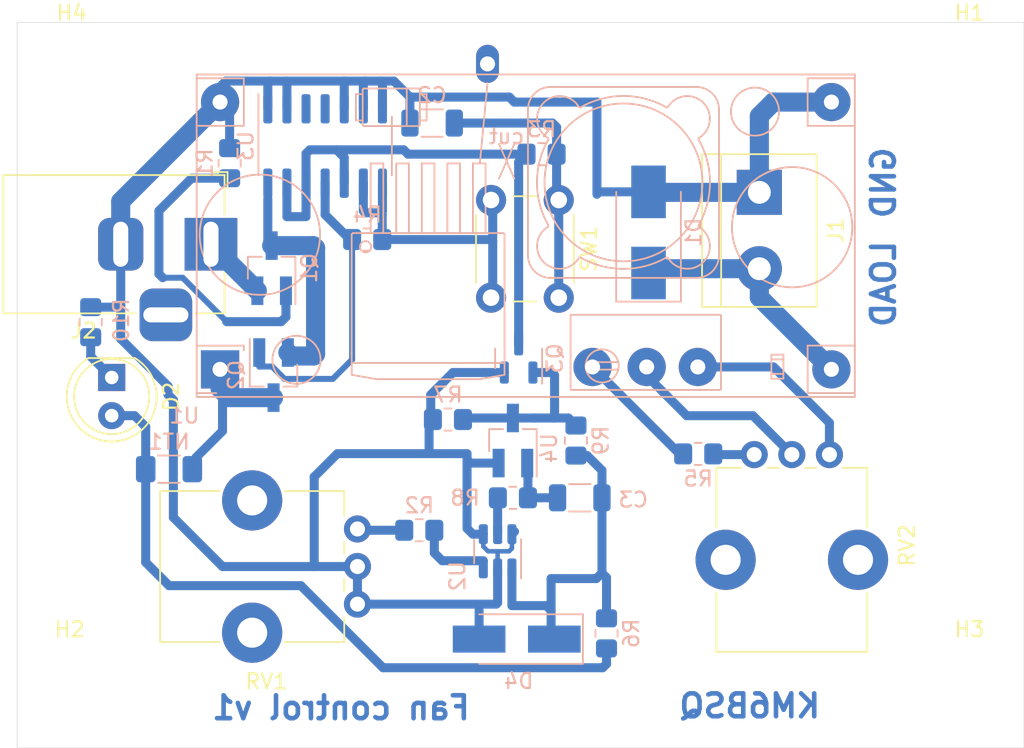
<source format=kicad_pcb>
(kicad_pcb (version 20211014) (generator pcbnew)
  (title_block (rev "1"))
  (layers (0 "F.Cu" signal "Front") (1 "In1.Cu" signal) (2 "In2.Cu" signal) (31 "B.Cu" signal "Back") (34 "B.Paste" user) (35 "F.Paste" user) (36 "B.SilkS" user "B.Silkscreen") (37 "F.SilkS" user "F.Silkscreen") (38 "B.Mask" user) (39 "F.Mask" user) (44 "Edge.Cuts" user))
  (net 0 "")
  (net 1 "Net-(C2-Pad1)")
  (net 2 "Net-(Q1-Pad1)")
  (net 3 "GND")
  (net 4 "VCC")
  (net 5 "LOAD+")
  (net 6 "Net-(C3-Pad2)")
  (net 7 "Net-(R2-Pad2)")
  (net 8 "V_OUT")
  (net 9 "Net-(C3-Pad1)")
  (net 10 "Net-(D2-Pad1)")
  (net 11 "V_IN")
  (net 12 "Net-(R5-Pad1)")
  (net 13 "Net-(Q2-Pad1)")
  (net 14 "Net-(RV2-Pad3)")
  (net 15 "DELAY")
  (net 16 "KILL")
  (net 17 "Net-(R4-Pad1)")
  (net 18 "Net-(R5-Pad2)")
  (net 19 "Net-(Q3-Pad3)")
  (net 20 "Net-(RV2-Pad2)")
  (net 24 "V_OUT2")
  (net 25 "Net-(R8-Pad1)")
  (footprint "!my-kicad-library:Potentiometer_RV09_Single_Vertical" (layer "F.Cu") (at 121.62 105.577 180)
    (fp_text reference "RV1" (at 6.05 -10.15) (layer "F.SilkS"))
    (fp_text value "100k")
    (pad "" np_thru_hole circle (at 7 1.9 180) (size 4 4) (drill 2) (layers *.Cu *.Mask))
    (pad "" np_thru_hole circle (at 7 -6.9 180) (size 4 4) (drill 2) (layers *.Cu *.Mask))
    (pad "1" thru_hole circle (at 0 0 180) (size 1.8 1.8) (drill 1) (layers *.Cu *.Mask) (net 7 "Net-(R2-Pad2)"))
    (pad "2" thru_hole circle (at 0 -2.5 180) (size 1.8 1.8) (drill 1) (layers *.Cu *.Mask) (net 3 "GND"))
    (pad "3" thru_hole circle (at 0 -5 180) (size 1.8 1.8) (drill 1) (layers *.Cu *.Mask) (net 3 "GND"))
  )
  (footprint "MountingHole:MountingHole_3.2mm_M3" (layer "F.Cu") (at 162.306 75.438)
    (fp_text reference "H1" (at 0 -4.2) (layer "F.SilkS"))
    (fp_text value "MountingHole" hide)
    (pad "" np_thru_hole circle locked (at 0 0) (size 3.2 3.2) (drill 3.2) (layers *.Cu *.Mask))
  )
  (footprint "Connector_BarrelJack:BarrelJack_Horizontal" (layer "F.Cu") (at 111.882 86.6365)
    (fp_text reference "J2" (at -8.45 5.75) (layer "F.SilkS"))
    (fp_text value "IN")
    (pad "1" thru_hole rect (at 0 0) (size 3.5 3.5) (drill oval 1 3) (layers *.Cu *.Mask) (net 4 "VCC"))
    (pad "2" thru_hole roundrect (at -6 0) (size 3 3.5) (drill oval 1 3) (layers *.Cu *.Mask) (net 3 "GND"))
    (pad "3" thru_hole roundrect (at -3 4.7) (size 3.5 3.5) (drill oval 3 1) (layers *.Cu *.Mask))
  )
  (footprint "MountingHole:MountingHole_3.2mm_M3" (layer "F.Cu") (at 102.616 75.438)
    (fp_text reference "H4" (at 0 -4.2) (layer "F.SilkS"))
    (fp_text value "MountingHole" hide)
    (pad "" np_thru_hole circle locked (at 0 0) (size 3.2 3.2) (drill 3.2) (layers *.Cu *.Mask))
  )
  (footprint "TerminalBlock:TerminalBlock_bornier-2_P5.08mm" (layer "F.Cu") (at 148.336 83.185 -90)
    (fp_text reference "J1" (at 2.54 -5.08 90) (layer "F.SilkS"))
    (fp_text value "Conn_OUT")
    (pad "1" thru_hole rect (at 0 0 270) (size 3 3) (drill 1.52) (layers *.Cu *.Mask) (net 3 "GND"))
    (pad "2" thru_hole circle (at 5.08 0 270) (size 3 3) (drill 1.52) (layers *.Cu *.Mask) (net 5 "LOAD+"))
  )
  (footprint "!my-kicad-library:Potentiometer_RV09_Single_Vertical" (layer "F.Cu") (at 147.995 100.63 -90)
    (fp_text reference "RV2" (at 6.05 -10.15 90) (layer "F.SilkS"))
    (fp_text value "1k")
    (pad "" np_thru_hole circle (at 7 1.9 270) (size 4 4) (drill 2) (layers *.Cu *.Mask))
    (pad "" np_thru_hole circle (at 7 -6.9 270) (size 4 4) (drill 2) (layers *.Cu *.Mask))
    (pad "1" thru_hole circle (at 0 0 270) (size 1.8 1.8) (drill 1) (layers *.Cu *.Mask) (net 18 "Net-(R5-Pad2)"))
    (pad "2" thru_hole circle (at 0 -2.5 270) (size 1.8 1.8) (drill 1) (layers *.Cu *.Mask) (net 20 "Net-(RV2-Pad2)"))
    (pad "3" thru_hole circle (at 0 -5 270) (size 1.8 1.8) (drill 1) (layers *.Cu *.Mask) (net 14 "Net-(RV2-Pad3)"))
  )
  (footprint "MountingHole:MountingHole_3.2mm_M3" (layer "F.Cu") (at 162.306 116.459)
    (fp_text reference "H3" (at 0 -4.2) (layer "F.SilkS"))
    (fp_text value "MountingHole" hide)
    (pad "" np_thru_hole circle locked (at 0 0) (size 3.2 3.2) (drill 3.2) (layers *.Cu *.Mask))
  )
  (footprint "LED_THT:LED_D5.0mm" (layer "F.Cu") (at 105.283 95.499 -90)
    (fp_text reference "D2" (at 1.27 -3.96 90) (layer "F.SilkS"))
    (fp_text value "LED")
    (pad "1" thru_hole rect (at 0 0 270) (size 1.8 1.8) (drill 0.9) (layers *.Cu *.Mask) (net 10 "Net-(D2-Pad1)"))
    (pad "2" thru_hole circle (at 2.54 0 270) (size 1.8 1.8) (drill 0.9) (layers *.Cu *.Mask) (net 24 "V_OUT2"))
  )
  (footprint "Button_Switch_THT:SW_PUSH_6mm" (layer "F.Cu") (at 135.001 83.693 -90)
    (fp_text reference "SW1" (at 3.25 -2 90) (layer "F.SilkS"))
    (fp_text value "SW_Push")
    (pad "1" thru_hole circle (at 0 0) (size 2 2) (drill 1.1) (layers *.Cu *.Mask) (net 1 "Net-(C2-Pad1)"))
    (pad "1" thru_hole circle (at 6.5 0) (size 2 2) (drill 1.1) (layers *.Cu *.Mask) (net 1 "Net-(C2-Pad1)"))
    (pad "2" thru_hole circle (at 0 4.5) (size 2 2) (drill 1.1) (layers *.Cu *.Mask) (net 17 "Net-(R4-Pad1)"))
    (pad "2" thru_hole circle (at 6.5 4.5) (size 2 2) (drill 1.1) (layers *.Cu *.Mask) (net 17 "Net-(R4-Pad1)"))
  )
  (footprint "MountingHole:MountingHole_3.2mm_M3" (layer "F.Cu") (at 102.489 116.459)
    (fp_text reference "H2" (at 0 -4.2) (layer "F.SilkS"))
    (fp_text value "MountingHole" hide)
    (pad "" np_thru_hole circle locked (at 0 0) (size 3.2 3.2) (drill 3.2) (layers *.Cu *.Mask))
  )
  (footprint "Resistor_SMD:R_0805_2012Metric_Pad1.20x1.40mm_HandSolder" (layer "B.Cu") (at 138.176 112.522 90)
    (fp_text reference "R6" (at 0 1.65 90) (layer "B.SilkS") (effects (justify mirror)))
    (fp_text value "10k")
    (pad "1" smd roundrect locked (at -1 0 90) (size 1.2 1.4) (layers "B.Cu" "B.Paste" "B.Mask") (roundrect_rratio 0.208333) (net 24 "V_OUT2"))
    (pad "2" smd roundrect locked (at 1 0 90) (size 1.2 1.4) (layers "B.Cu" "B.Paste" "B.Mask") (roundrect_rratio 0.208333) (net 9 "Net-(C3-Pad1)"))
  )
  (footprint "Resistor_SMD:R_0805_2012Metric_Pad1.20x1.40mm_HandSolder" (layer "B.Cu") (at 136.144 99.695 90)
    (fp_text reference "R9" (at 0 1.65 90) (layer "B.SilkS") (effects (justify mirror)))
    (fp_text value "10k")
    (pad "1" smd roundrect locked (at -1 0 90) (size 1.2 1.4) (layers "B.Cu" "B.Paste" "B.Mask") (roundrect_rratio 0.208333) (net 9 "Net-(C3-Pad1)"))
    (pad "2" smd roundrect locked (at 1 0 90) (size 1.2 1.4) (layers "B.Cu" "B.Paste" "B.Mask") (roundrect_rratio 0.208333) (net 16 "KILL"))
  )
  (footprint "Resistor_SMD:R_0805_2012Metric_Pad1.20x1.40mm_HandSolder" (layer "B.Cu") (at 131.953 103.505)
    (fp_text reference "R8" (at -3.175 0) (layer "B.SilkS") (effects (justify mirror)))
    (fp_text value "100k")
    (pad "1" smd roundrect locked (at -1 0) (size 1.2 1.4) (layers "B.Cu" "B.Paste" "B.Mask") (roundrect_rratio 0.208333) (net 25 "Net-(R8-Pad1)"))
    (pad "2" smd roundrect locked (at 1 0) (size 1.2 1.4) (layers "B.Cu" "B.Paste" "B.Mask") (roundrect_rratio 0.208333) (net 6 "Net-(C3-Pad2)"))
  )
  (footprint "Capacitor_SMD:C_1206_3216Metric" (layer "B.Cu") (at 126.583 78.577 180)
    (fp_text reference "C2" (at 0 1.85) (layer "B.SilkS") (effects (justify mirror)))
    (fp_text value "100n")
    (pad "1" smd roundrect locked (at -1.475 0 180) (size 1.15 1.8) (layers "B.Cu" "B.Paste" "B.Mask") (roundrect_rratio 0.217391) (net 1 "Net-(C2-Pad1)"))
    (pad "2" smd roundrect locked (at 1.475 0 180) (size 1.15 1.8) (layers "B.Cu" "B.Paste" "B.Mask") (roundrect_rratio 0.217391) (net 3 "GND"))
  )
  (footprint "Package_TO_SOT_SMD:SOT-23_Handsoldering" (layer "B.Cu") (at 131.953 99.695 90)
    (fp_text reference "U4" (at -0.508 2.413 90) (layer "B.SilkS") (effects (justify mirror)))
    (fp_text value "AO3406")
    (pad "1" smd rect locked (at -1.5 0.95 90) (size 1.9 0.8) (layers "B.Cu" "B.Paste" "B.Mask") (net 6 "Net-(C3-Pad2)"))
    (pad "2" smd rect locked (at -1.5 -0.95 90) (size 1.9 0.8) (layers "B.Cu" "B.Paste" "B.Mask") (net 3 "GND"))
    (pad "3" smd rect locked (at 1.5 0 90) (size 1.9 0.8) (layers "B.Cu" "B.Paste" "B.Mask") (net 16 "KILL"))
  )
  (footprint "Package_SO:SOIC-14_3.9x8.7mm_P1.27mm" (layer "B.Cu") (at 119.471 80.101 -90)
    (fp_text reference "U3" (at 0 5.28 90) (layer "B.SilkS") (effects (justify mirror)))
    (fp_text value "CD4093")
    (pad "1" smd roundrect locked (at -2.475 3.81 270) (size 1.95 0.6) (layers "B.Cu" "B.Paste" "B.Mask") (net 3 "GND"))
    (pad "2" smd roundrect locked (at -2.475 2.54 270) (size 1.95 0.6) (layers "B.Cu" "B.Paste" "B.Mask") (net 3 "GND"))
    (pad "3" smd roundrect locked (at -2.475 1.27 270) (size 1.95 0.6) (layers "B.Cu" "B.Paste" "B.Mask"))
    (pad "4" smd roundrect locked (at -2.475 0 270) (size 1.95 0.6) (layers "B.Cu" "B.Paste" "B.Mask"))
    (pad "5" smd roundrect locked (at -2.475 -1.27 270) (size 1.95 0.6) (layers "B.Cu" "B.Paste" "B.Mask") (net 3 "GND"))
    (pad "6" smd roundrect locked (at -2.475 -2.54 270) (size 1.95 0.6) (layers "B.Cu" "B.Paste" "B.Mask") (net 3 "GND"))
    (pad "7" smd roundrect locked (at -2.475 -3.81 270) (size 1.95 0.6) (layers "B.Cu" "B.Paste" "B.Mask") (net 3 "GND"))
    (pad "8" smd roundrect locked (at 2.475 -3.81 270) (size 1.95 0.6) (layers "B.Cu" "B.Paste" "B.Mask") (net 17 "Net-(R4-Pad1)"))
    (pad "9" smd roundrect locked (at 2.475 -2.54 270) (size 1.95 0.6) (layers "B.Cu" "B.Paste" "B.Mask") (net 17 "Net-(R4-Pad1)"))
    (pad "10" smd roundrect locked (at 2.475 -1.27 270) (size 1.95 0.6) (layers "B.Cu" "B.Paste" "B.Mask") (net 19 "Net-(Q3-Pad3)"))
    (pad "11" smd roundrect locked (at 2.475 0 270) (size 1.95 0.6) (layers "B.Cu" "B.Paste" "B.Mask") (net 13 "Net-(Q2-Pad1)"))
    (pad "12" smd roundrect locked (at 2.475 1.27 270) (size 1.95 0.6) (layers "B.Cu" "B.Paste" "B.Mask") (net 19 "Net-(Q3-Pad3)"))
    (pad "13" smd roundrect locked (at 2.475 2.54 270) (size 1.95 0.6) (layers "B.Cu" "B.Paste" "B.Mask") (net 19 "Net-(Q3-Pad3)"))
    (pad "14" smd roundrect locked (at 2.475 3.81 270) (size 1.95 0.6) (layers "B.Cu" "B.Paste" "B.Mask") (net 11 "V_IN"))
  )
  (footprint "Resistor_SMD:R_0805_2012Metric_Pad1.20x1.40mm_HandSolder" (layer "B.Cu") (at 103.886 91.821 90)
    (fp_text reference "R10" (at 0.127 2.032 90) (layer "B.SilkS") (effects (justify mirror)))
    (fp_text value "10k")
    (pad "1" smd roundrect locked (at -1 0 90) (size 1.2 1.4) (layers "B.Cu" "B.Paste" "B.Mask") (roundrect_rratio 0.208333) (net 10 "Net-(D2-Pad1)"))
    (pad "2" smd roundrect locked (at 1 0 90) (size 1.2 1.4) (layers "B.Cu" "B.Paste" "B.Mask") (roundrect_rratio 0.208333) (net 3 "GND"))
  )
  (footprint "Resistor_SMD:R_0805_2012Metric_Pad1.20x1.40mm_HandSolder" (layer "B.Cu") (at 125.73 105.664 180)
    (fp_text reference "R2" (at 0 1.65) (layer "B.SilkS") (effects (justify mirror)))
    (fp_text value "61.9k")
    (pad "1" smd roundrect locked (at -1 0 180) (size 1.2 1.4) (layers "B.Cu" "B.Paste" "B.Mask") (roundrect_rratio 0.208333) (net 15 "DELAY"))
    (pad "2" smd roundrect locked (at 1 0 180) (size 1.2 1.4) (layers "B.Cu" "B.Paste" "B.Mask") (roundrect_rratio 0.208333) (net 7 "Net-(R2-Pad2)"))
  )
  (footprint "Resistor_SMD:R_0805_2012Metric_Pad1.20x1.40mm_HandSolder" (layer "B.Cu") (at 127.635 98.298 180)
    (fp_text reference "R7" (at 0 1.65) (layer "B.SilkS") (effects (justify mirror)))
    (fp_text value "10k")
    (pad "1" smd roundrect locked (at -1 0 180) (size 1.2 1.4) (layers "B.Cu" "B.Paste" "B.Mask") (roundrect_rratio 0.208333) (net 16 "KILL"))
    (pad "2" smd roundrect locked (at 1 0 180) (size 1.2 1.4) (layers "B.Cu" "B.Paste" "B.Mask") (roundrect_rratio 0.208333) (net 3 "GND"))
  )
  (footprint "Package_TO_SOT_SMD:SOT-23" (layer "B.Cu") (at 132.334 94.234 90)
    (fp_text reference "Q3" (at 0 2.4 90) (layer "B.SilkS") (effects (justify mirror)))
    (fp_text value "2N3904")
    (pad "1" smd roundrect locked (at -0.9375 0.95 90) (size 1.475 0.6) (layers "B.Cu" "B.Paste" "B.Mask") (net 16 "KILL"))
    (pad "2" smd roundrect locked (at -0.9375 -0.95 90) (size 1.475 0.6) (layers "B.Cu" "B.Paste" "B.Mask") (net 3 "GND"))
    (pad "3" smd roundrect locked (at 0.9375 0 90) (size 1.475 0.6) (layers "B.Cu" "B.Paste" "B.Mask") (net 19 "Net-(Q3-Pad3)"))
  )
  (footprint "Package_TO_SOT_SMD:SOT-23-6" (layer "B.Cu") (at 130.937 107.061 90)
    (fp_text reference "U2" (at -1.651 -2.667 90) (layer "B.SilkS") (effects (justify mirror)))
    (fp_text value "TPL5111")
    (pad "1" smd roundrect locked (at -1.1375 0.95 90) (size 1.325 0.6) (layers "B.Cu" "B.Paste" "B.Mask") (net 9 "Net-(C3-Pad1)"))
    (pad "2" smd roundrect locked (at -1.1375 0 90) (size 1.325 0.6) (layers "B.Cu" "B.Paste" "B.Mask") (net 3 "GND"))
    (pad "3" smd roundrect locked (at -1.1375 -0.95 90) (size 1.325 0.6) (layers "B.Cu" "B.Paste" "B.Mask") (net 15 "DELAY"))
    (pad "4" smd roundrect locked (at 1.1375 -0.95 90) (size 1.325 0.6) (layers "B.Cu" "B.Paste" "B.Mask") (net 3 "GND"))
    (pad "5" smd roundrect locked (at 1.1375 0 90) (size 1.325 0.6) (layers "B.Cu" "B.Paste" "B.Mask") (net 25 "Net-(R8-Pad1)"))
    (pad "6" smd roundrect locked (at 1.1375 0.95 90) (size 1.325 0.6) (layers "B.Cu" "B.Paste" "B.Mask") (net 3 "GND"))
  )
  (footprint "Resistor_SMD:R_0805_2012Metric_Pad1.20x1.40mm_HandSolder" (layer "B.Cu") (at 144.272 100.584)
    (fp_text reference "R5" (at 0 1.65) (layer "B.SilkS") (effects (justify mirror)))
    (fp_text value "680")
    (pad "1" smd roundrect locked (at -1 0) (size 1.2 1.4) (layers "B.Cu" "B.Paste" "B.Mask") (roundrect_rratio 0.208333) (net 12 "Net-(R5-Pad1)"))
    (pad "2" smd roundrect locked (at 1 0) (size 1.2 1.4) (layers "B.Cu" "B.Paste" "B.Mask") (roundrect_rratio 0.208333) (net 18 "Net-(R5-Pad2)"))
  )
  (footprint "Resistor_SMD:R_0805_2012Metric_Pad1.20x1.40mm_HandSolder" (layer "B.Cu") (at 122.265 86.324 180)
    (fp_text reference "R4" (at 0 1.65) (layer "B.SilkS") (effects (justify mirror)))
    (fp_text value "100k")
    (pad "1" smd roundrect locked (at -1 0 180) (size 1.2 1.4) (layers "B.Cu" "B.Paste" "B.Mask") (roundrect_rratio 0.208333) (net 17 "Net-(R4-Pad1)"))
    (pad "2" smd roundrect locked (at 1 0 180) (size 1.2 1.4) (layers "B.Cu" "B.Paste" "B.Mask") (roundrect_rratio 0.208333) (net 13 "Net-(Q2-Pad1)"))
  )
  (footprint "Diode_SMD:D_SMB_Handsoldering" (layer "B.Cu") (at 140.97 85.852 90)
    (fp_text reference "D1" (at 0 3 90) (layer "B.SilkS") (effects (justify mirror)))
    (fp_text value "1N4001")
    (pad "1" smd rect locked (at -2.7 0 90) (size 3.5 2.3) (layers "B.Cu" "B.Paste" "B.Mask") (net 5 "LOAD+"))
    (pad "2" smd rect locked (at 2.7 0 90) (size 3.5 2.3) (layers "B.Cu" "B.Paste" "B.Mask") (net 3 "GND"))
  )
  (footprint "Capacitor_SMD:C_1206_3216Metric" (layer "B.Cu") (at 136.398 103.505 180)
    (fp_text reference "C3" (at -3.556 -0.127) (layer "B.SilkS") (effects (justify mirror)))
    (fp_text value "2.2u")
    (pad "1" smd roundrect locked (at -1.475 0 180) (size 1.15 1.8) (layers "B.Cu" "B.Paste" "B.Mask") (roundrect_rratio 0.217391) (net 9 "Net-(C3-Pad1)"))
    (pad "2" smd roundrect locked (at 1.475 0 180) (size 1.15 1.8) (layers "B.Cu" "B.Paste" "B.Mask") (roundrect_rratio 0.217391) (net 6 "Net-(C3-Pad2)"))
  )
  (footprint "Resistor_SMD:R_0805_2012Metric_Pad1.20x1.40mm_HandSolder" (layer "B.Cu") (at 113.121 81.244 -90)
    (fp_text reference "R1" (at 0 1.65 90) (layer "B.SilkS") (effects (justify mirror)))
    (fp_text value "3k")
    (pad "1" smd roundrect locked (at -1 0 270) (size 1.2 1.4) (layers "B.Cu" "B.Paste" "B.Mask") (roundrect_rratio 0.208333) (net 3 "GND"))
    (pad "2" smd roundrect locked (at 1 0 270) (size 1.2 1.4) (layers "B.Cu" "B.Paste" "B.Mask") (roundrect_rratio 0.208333) (net 2 "Net-(Q1-Pad1)"))
  )
  (footprint "Package_TO_SOT_SMD:SOT-23_Handsoldering" (layer "B.Cu") (at 115.915 88.229 90)
    (fp_text reference "Q1" (at 0 2.5 90) (layer "B.SilkS") (effects (justify mirror)))
    (fp_text value "AO3407")
    (pad "1" smd rect locked (at -1.5 0.95 90) (size 1.9 0.8) (layers "B.Cu" "B.Paste" "B.Mask") (net 2 "Net-(Q1-Pad1)"))
    (pad "2" smd rect locked (at -1.5 -0.95 90) (size 1.9 0.8) (layers "B.Cu" "B.Paste" "B.Mask") (net 4 "VCC"))
    (pad "3" smd rect locked (at 1.5 0 90) (size 1.9 0.8) (layers "B.Cu" "B.Paste" "B.Mask") (net 11 "V_IN"))
  )
  (footprint "Resistor_SMD:R_0805_2012Metric_Pad1.20x1.40mm_HandSolder" (layer "B.Cu") (at 133.858 80.645 180)
    (fp_text reference "R3" (at 0 1.65) (layer "B.SilkS") (effects (justify mirror)))
    (fp_text value "1M")
    (pad "1" smd roundrect locked (at -1 0 180) (size 1.2 1.4) (layers "B.Cu" "B.Paste" "B.Mask") (roundrect_rratio 0.208333) (net 1 "Net-(C2-Pad1)"))
    (pad "2" smd roundrect locked (at 1 0 180) (size 1.2 1.4) (layers "B.Cu" "B.Paste" "B.Mask") (roundrect_rratio 0.208333) (net 19 "Net-(Q3-Pad3)"))
  )
  (footprint "Resistor_SMD:R_1206_3216Metric_Pad1.30x1.75mm_HandSolder" (layer "B.Cu") (at 109.093 101.6 180)
    (fp_text reference "NT1" (at 0 1.82) (layer "B.SilkS") (effects (justify mirror)))
    (fp_text value "NetTie_2")
    (pad "1" smd roundrect (at -1.55 0 180) (size 1.3 1.75) (layers "B.Cu" "B.Paste" "B.Mask") (roundrect_rratio 0.192308) (net 8 "V_OUT"))
    (pad "2" smd roundrect (at 1.55 0 180) (size 1.3 1.75) (layers "B.Cu" "B.Paste" "B.Mask") (roundrect_rratio 0.192308) (net 24 "V_OUT2"))
  )
  (footprint "Diode_SMD:D_SMA_Handsoldering" (layer "B.Cu") (at 132.207 112.903 180)
    (fp_text reference "D4" (at -0.127 -2.794) (layer "B.SilkS") (effects (justify mirror)))
    (fp_text value "1N4733A")
    (pad "1" smd rect locked (at -2.5 0 180) (size 3.5 1.8) (layers "B.Cu" "B.Paste" "B.Mask") (net 9 "Net-(C3-Pad1)"))
    (pad "2" smd rect locked (at 2.5 0 180) (size 3.5 1.8) (layers "B.Cu" "B.Paste" "B.Mask") (net 3 "GND"))
  )
  (footprint "Package_TO_SOT_SMD:SOT-23_Handsoldering" (layer "B.Cu") (at 116.042 95.341 -90)
    (fp_text reference "Q2" (at 0 2.5 90) (layer "B.SilkS") (effects (justify mirror)))
    (fp_text value "AO3407")
    (pad "1" smd rect locked (at -1.5 0.95 270) (size 1.9 0.8) (layers "B.Cu" "B.Paste" "B.Mask") (net 13 "Net-(Q2-Pad1)"))
    (pad "2" smd rect locked (at -1.5 -0.95 270) (size 1.9 0.8) (layers "B.Cu" "B.Paste" "B.Mask") (net 11 "V_IN"))
    (pad "3" smd rect locked (at 1.5 0 270) (size 1.9 0.8) (layers "B.Cu" "B.Paste" "B.Mask") (net 8 "V_OUT"))
  )
  (footprint "!my-kicad-library:LM2596_StepDown_pot" (layer "B.Cu") (at 109.946 97.5)
    (fp_text reference "U1" (at 0.163 0.544) (layer "B.SilkS") (effects (justify mirror)))
    (fp_text value "LM2596_StepDown_Module")
    (fp_text user "cut" (at 21.59 -18.034) (layer "B.SilkS") (effects (justify mirror)))
    (pad "1" thru_hole rect (at 2.54 -2.54) (size 2.54 2.54) (drill 1) (layers *.Cu *.Mask) (net 8 "V_OUT"))
    (pad "2" thru_hole circle (at 2.54 -20.32) (size 2.54 2.54) (drill 1) (layers *.Cu *.Mask) (net 3 "GND"))
    (pad "3" thru_hole circle (at 43.18 -20.32) (size 2.54 2.54) (drill 1) (layers *.Cu *.Mask) (net 3 "GND"))
    (pad "4" thru_hole circle (at 43.18 -2.54) (size 2.54 2.54) (drill 1) (layers *.Cu *.Mask) (net 5 "LOAD+"))
    (pad "5" thru_hole oval (at 20.32 -22.86) (size 1.524 2.54) (drill 1) (layers *.Cu *.Mask))
    (pad "6" thru_hole circle (at 27.3 -2.7) (size 2.54 2.54) (drill 1) (layers *.Cu *.Mask) (net 12 "Net-(R5-Pad1)"))
    (pad "7" thru_hole circle (at 30.9 -2.7) (size 2.54 2.54) (drill 1) (layers *.Cu *.Mask) (net 20 "Net-(RV2-Pad2)"))
    (pad "8" thru_hole circle (at 34.3 -2.7) (size 2.54 2.54) (drill 1) (layers *.Cu *.Mask) (net 14 "Net-(RV2-Pad3)"))
  )
  (gr_rect (start 98.9965 71.882) (end 165.9255 120.142) (layer "Edge.Cuts") (width 0.0381) (fill none))
  (gr_text "GND" (at 156.591 82.55 90) (layer "B.Cu") (effects (font (size 1.524 1.524) (thickness 0.3048)) (justify mirror)))
  (gr_text "LOAD" (at 156.591 89.281 90) (layer "B.Cu") (effects (font (size 1.524 1.524) (thickness 0.3048)) (justify mirror)))
  (gr_text "Fan control v1\n" (at 120.523 117.475) (layer "B.Cu") (effects (font (size 1.524 1.524) (thickness 0.3048)) (justify mirror)))
  (gr_text "KM6BSQ" (at 147.701 117.348) (layer "B.Cu") (effects (font (size 1.524 1.524) (thickness 0.3048)) (justify mirror)))
  (segment (start 134.858 80.645) (end 134.858 83.55) (width 0.6) (layer "B.Cu") (net 1))
  (segment (start 134.858 78.851) (end 134.858 80.645) (width 0.6) (layer "B.Cu") (net 1))
  (segment (start 134.584 78.577) (end 134.858 78.851) (width 0.6) (layer "B.Cu") (net 1))
  (segment (start 128.058 78.577) (end 134.584 78.577) (width 0.6) (layer "B.Cu") (net 1))
  (segment (start 134.858 83.55) (end 135.001 83.693) (width 0.6) (layer "B.Cu") (net 1))
  (segment (start 135.001 83.693) (end 135.001 90.193) (width 0.6) (layer "B.Cu") (net 1))
  (segment (start 108.422 88.61) (end 108.676 88.864) (width 0.6) (layer "B.Cu") (net 2))
  (segment (start 116.55 91.785) (end 116.865 91.47) (width 0.6) (layer "B.Cu") (net 2))
  (segment (start 108.676 88.864) (end 110.000127 88.864) (width 0.4) (layer "B.Cu") (net 2))
  (segment (start 110.597 82.244) (end 108.422 84.419) (width 0.6) (layer "B.Cu") (net 2))
  (segment (start 108.422 84.419) (end 108.422 88.61) (width 0.6) (layer "B.Cu") (net 2))
  (segment (start 116.865 91.47) (end 116.865 89.729) (width 0.6) (layer "B.Cu") (net 2))
  (segment (start 110.000127 88.864) (end 112.921127 91.785) (width 0.4) (layer "B.Cu") (net 2))
  (segment (start 112.921127 91.785) (end 116.55 91.785) (width 0.6) (layer "B.Cu") (net 2))
  (segment (start 113.121 82.244) (end 110.597 82.244) (width 0.6) (layer "B.Cu") (net 2))
  (segment (start 126.492 96.647) (end 127.9675 95.1715) (width 0.6) (layer "B.Cu") (net 3))
  (segment (start 112.867 75.783) (end 112.486 76.164) (width 0.6) (layer "B.Cu") (net 3))
  (segment (start 123.281 77.626) (end 123.281 75.91) (width 0.6) (layer "B.Cu") (net 3))
  (segment (start 120.285 100.568) (end 118.745 102.108) (width 0.6) (layer "B.Cu") (net 3))
  (segment (start 131.699 107.061) (end 131.887 106.873) (width 0.3) (layer "B.Cu") (net 3))
  (segment (start 126.381 100.568) (end 128.905 100.568) (width 0.6) (layer "B.Cu") (net 3))
  (segment (start 124.043 75.783) (end 125.108 76.848) (width 0.6) (layer "B.Cu") (net 3))
  (segment (start 125.108 76.848) (end 125.108 78.577) (width 0.6) (layer "B.Cu") (net 3))
  (segment (start 113.121 80.244) (end 113.121 77.815) (width 0.6) (layer "B.Cu") (net 3))
  (segment (start 148.336 83.185) (end 148.336 78.105) (width 1.27) (layer "B.Cu") (net 3))
  (segment (start 115.661 77.626) (end 115.661 75.91) (width 0.6) (layer "B.Cu") (net 3))
  (segment (start 109.026773 96.072773) (end 105.882 92.928) (width 0.6) (layer "B.Cu") (net 3))
  (segment (start 130.937 108.1985) (end 130.937 110.49) (width 0.6) (layer "B.Cu") (net 3))
  (segment (start 109.383 96.992) (end 109.026773 96.635773) (width 0.6) (layer "B.Cu") (net 3))
  (segment (start 121.62 108.077) (end 121.62 110.577) (width 0.6) (layer "B.Cu") (net 3))
  (segment (start 105.882 90.714) (end 105.882 86.6365) (width 0.6) (layer "B.Cu") (net 3))
  (segment (start 105.882 92.928) (end 105.882 90.714) (width 0.6) (layer "B.Cu") (net 3))
  (segment (start 122.011 75.91) (end 122.138 75.783) (width 0.6) (layer "B.Cu") (net 3))
  (segment (start 126.635 98.298) (end 126.492 98.155) (width 0.6) (layer "B.Cu") (net 3))
  (segment (start 131.887 106.873) (end 131.887 105.9235) (width 0.3) (layer "B.Cu") (net 3))
  (segment (start 120.741 75.783) (end 122.138 75.783) (width 0.6) (layer "B.Cu") (net 3))
  (segment (start 122.011 77.626) (end 122.011 75.91) (width 0.6) (layer "B.Cu") (net 3))
  (segment (start 130.937 110.49) (end 130.85 110.577) (width 0.6) (layer "B.Cu") (net 3))
  (segment (start 109.383 104.811) (end 109.383 96.992) (width 0.6) (layer "B.Cu") (net 3))
  (segment (start 103.886 90.821) (end 105.775 90.821) (width 0.6) (layer "B.Cu") (net 3))
  (segment (start 129.987 106.746) (end 129.987 105.9235) (width 0.3) (layer "B.Cu") (net 3))
  (segment (start 121.62 110.577) (end 130.85 110.577) (width 0.6) (layer "B.Cu") (net 3))
  (segment (start 132.058 105.7525) (end 131.887 105.9235) (width 0.6) (layer "B.Cu") (net 3))
  (segment (start 130.302 107.061) (end 131.699 107.061) (width 0.3) (layer "B.Cu") (net 3))
  (segment (start 116.931 77.626) (end 116.931 75.783) (width 0.6) (layer "B.Cu") (net 3))
  (segment (start 130.937 108.1985) (end 130.937 107.061) (width 0.3) (layer "B.Cu") (net 3))
  (segment (start 127.9675 95.1715) (end 131.384 95.1715) (width 0.6) (layer "B.Cu") (net 3))
  (segment (start 137.541 77.18) (end 137.541 83.312) (width 0.6) (layer "B.Cu") (net 3))
  (segment (start 126.381 100.568) (end 126.381 98.552) (width 0.6) (layer "B.Cu") (net 3))
  (segment (start 130.302 107.061) (end 129.987 106.746) (width 0.3) (layer "B.Cu") (net 3))
  (segment (start 131.003 101.195) (end 129.135 101.195) (width 0.6) (layer "B.Cu") (net 3))
  (segment (start 105.882 83.784) (end 105.882 86.6365) (width 1.27) (layer "B.Cu") (net 3))
  (segment (start 132.044 77.18) (end 131.712 76.848) (width 0.6) (layer "B.Cu") (net 3))
  (segment (start 141.003 83.185) (end 140.97 83.152) (width 1.27) (layer "B.Cu") (net 3))
  (segment (start 128.905 105.537) (end 129.2915 105.9235) (width 0.6) (layer "B.Cu") (net 3))
  (segment (start 112.486 76.164) (end 112.486 77.18) (width 0.6) (layer "B.Cu") (net 3))
  (segment (start 129.2915 105.9235) (end 129.987 105.9235) (width 0.6) (layer "B.Cu") (net 3))
  (segment (start 115.788 75.783) (end 112.867 75.783) (width 0.6) (layer "B.Cu") (net 3))
  (segment (start 137.701 83.152) (end 140.97 83.152) (width 0.6) (layer "B.Cu") (net 3))
  (segment (start 120.741 77.626) (end 120.741 75.783) (width 0.6) (layer "B.Cu") (net 3))
  (segment (start 137.541 77.18) (end 132.044 77.18) (width 0.6) (layer "B.Cu") (net 3))
  (segment (start 113.121 77.815) (end 112.486 77.18) (width 0.6) (layer "B.Cu") (net 3))
  (segment (start 122.138 75.783) (end 123.154 75.783) (width 0.6) (layer "B.Cu") (net 3))
  (segment (start 148.336 83.185) (end 141.003 83.185) (width 1.27) (layer "B.Cu") (net 3))
  (segment (start 118.745 102.108) (end 118.745 108.077) (width 0.6) (layer "B.Cu") (net 3))
  (segment (start 105.775 90.821) (end 105.882 90.714) (width 0.6) (layer "B.Cu") (net 3))
  (segment (start 118.745 108.077) (end 112.649 108.077) (width 0.6) (layer "B.Cu") (net 3))
  (segment (start 109.026773 96.635773) (end 109.026773 96.072773) (width 0.6) (layer "B.Cu") (net 3))
  (segment (start 129.707 112.903) (end 129.707 110.958) (width 0.6) (layer "B.Cu") (net 3))
  (segment (start 126.492 98.155) (end 126.492 96.647) (width 0.6) (layer "B.Cu") (net 3))
  (segment (start 115.788 75.783) (end 120.741 75.783) (width 0.6) (layer "B.Cu") (net 3))
  (segment (start 128.905 100.568) (end 128.905 105.537) (width 0.6) (layer "B.Cu") (net 3))
  (segment (start 112.649 108.077) (end 109.383 104.811) (width 0.6) (layer "B.Cu") (net 3))
  (segment (start 120.285 100.568) (end 126.381 100.568) (width 0.6) (layer "B.Cu") (net 3))
  (segment (start 123.281 75.91) (end 123.154 75.783) (width 0.6) (layer "B.Cu") (net 3))
  (segment (start 149.261 77.18) (end 153.126 77.18) (width 1.27) (layer "B.Cu") (net 3))
  (segment (start 126.381 98.552) (end 126.635 98.298) (width 0.6) (layer "B.Cu") (net 3))
  (segment (start 112.486 77.18) (end 105.882 83.784) (width 1.27) (layer "B.Cu") (net 3))
  (segment (start 118.745 108.077) (end 121.62 108.077) (width 0.6) (layer "B.Cu") (net 3))
  (segment (start 123.154 75.783) (end 124.043 75.783) (width 0.6) (layer "B.Cu") (net 3))
  (segment (start 125.108 76.848) (end 131.712 76.848) (width 0.6) (layer "B.Cu") (net 3))
  (segment (start 129.135 101.195) (end 128.905 100.965) (width 0.6) (layer "B.Cu") (net 3))
  (segment (start 148.336 78.105) (end 149.261 77.18) (width 1.27) (layer "B.Cu") (net 3))
  (segment (start 115.661 75.91) (end 115.788 75.783) (width 0.6) (layer "B.Cu") (net 3))
  (segment (start 111.882 86.6365) (end 111.882 86.646) (width 1.27) (layer "B.Cu") (net 4))
  (segment (start 111.882 86.646) (end 114.965 89.729) (width 1.27) (layer "B.Cu") (net 4))
  (segment (start 148.336 88.265) (end 141.257 88.265) (width 1.27) (layer "B.Cu") (net 5))
  (segment (start 153.126 94.96) (end 148.336 90.17) (width 1.27) (layer "B.Cu") (net 5))
  (segment (start 148.336 90.17) (end 148.336 88.265) (width 1.27) (layer "B.Cu") (net 5))
  (segment (start 141.257 88.265) (end 140.97 88.552) (width 1.27) (layer "B.Cu") (net 5))
  (segment (start 132.953 103.505) (end 132.953 101.245) (width 0.6) (layer "B.Cu") (net 6))
  (segment (start 134.923 103.505) (end 132.953 103.505) (width 0.6) (layer "B.Cu") (net 6))
  (segment (start 132.953 101.245) (end 132.903 101.195) (width 0.6) (layer "B.Cu") (net 6))
  (segment (start 121.707 105.664) (end 121.62 105.577) (width 0.6) (layer "B.Cu") (net 7))
  (segment (start 124.73 105.664) (end 121.707 105.664) (width 0.6) (layer "B.Cu") (net 7))
  (segment (start 112.649 96.393) (end 112.486 96.23) (width 0.6) (layer "B.Cu") (net 8))
  (segment (start 113.097 96.841) (end 116.042 96.841) (width 1.27) (layer "B.Cu") (net 8))
  (segment (start 112.486 96.23) (end 113.097 96.841) (width 1.27) (layer "B.Cu") (net 8))
  (segment (start 110.897 101.727) (end 110.897 100.812) (width 0.6) (layer "B.Cu") (net 8))
  (segment (start 112.486 94.96) (end 112.486 96.23) (width 1.27) (layer "B.Cu") (net 8))
  (segment (start 110.897 100.812) (end 112.649 99.06) (width 0.6) (layer "B.Cu") (net 8))
  (segment (start 112.649 99.06) (end 112.649 96.393) (width 0.6) (layer "B.Cu") (net 8))
  (segment (start 136.89 100.695) (end 137.873 101.678) (width 0.6) (layer "B.Cu") (net 9))
  (segment (start 131.887 110.678) (end 134.173 110.678) (width 0.6) (layer "B.Cu") (net 9))
  (segment (start 138.176 111.522) (end 138.176 108.81) (width 0.6) (layer "B.Cu") (net 9))
  (segment (start 136.144 100.695) (end 136.89 100.695) (width 0.6) (layer "B.Cu") (net 9))
  (segment (start 131.887 108.1985) (end 131.887 110.678) (width 0.6) (layer "B.Cu") (net 9))
  (segment (start 137.873 103.505) (end 137.873 108.507) (width 0.6) (layer "B.Cu") (net 9))
  (segment (start 137.873 101.678) (end 137.873 103.505) (width 0.6) (layer "B.Cu") (net 9))
  (segment (start 134.493 108.8775) (end 134.493 110.998) (width 0.6) (layer "B.Cu") (net 9))
  (segment (start 138.176 108.81) (end 137.873 108.507) (width 0.6) (layer "B.Cu") (net 9))
  (segment (start 134.493 110.998) (end 134.493 112.689) (width 0.6) (layer "B.Cu") (net 9))
  (segment (start 134.173 110.678) (end 134.493 110.998) (width 0.6) (layer "B.Cu") (net 9))
  (segment (start 134.493 112.689) (end 134.707 112.903) (width 0.6) (layer "B.Cu") (net 9))
  (segment (start 137.873 108.507) (end 137.5025 108.8775) (width 0.6) (layer "B.Cu") (net 9))
  (segment (start 137.5025 108.8775) (end 134.493 108.8775) (width 0.6) (layer "B.Cu") (net 9))
  (segment (start 103.886 94.102) (end 105.283 95.499) (width 0.6) (layer "B.Cu") (net 10))
  (segment (start 103.886 92.821) (end 103.886 94.102) (width 0.6) (layer "B.Cu") (net 10))
  (segment (start 118.836 93.944) (end 118.709 94.071) (width 1.27) (layer "B.Cu") (net 11))
  (segment (start 115.661 83.592) (end 115.661 86.475) (width 0.6) (layer "B.Cu") (net 11))
  (segment (start 118.685 86.729) (end 118.836 86.88) (width 1.27) (layer "B.Cu") (net 11))
  (segment (start 115.915 86.729) (end 118.685 86.729) (width 1.27) (layer "B.Cu") (net 11))
  (segment (start 118.709 94.071) (end 117.222 94.071) (width 1.27) (layer "B.Cu") (net 11))
  (segment (start 117.222 94.071) (end 116.992 93.841) (width 1.27) (layer "B.Cu") (net 11))
  (segment (start 118.836 86.88) (end 118.836 93.944) (width 1.27) (layer "B.Cu") (net 11))
  (segment (start 115.661 86.475) (end 115.915 86.729) (width 0.6) (layer "B.Cu") (net 11))
  (segment (start 143.272 100.473) (end 142.919 100.473) (width 0.6) (layer "B.Cu") (net 12))
  (segment (start 142.919 100.473) (end 137.246 94.8) (width 0.6) (layer "B.Cu") (net 12))
  (segment (start 143.272 100.584) (end 143.272 100.473) (width 0.6) (layer "B.Cu") (net 12))
  (segment (start 121.122 86.324) (end 121.265 86.324) (width 0.6) (layer "B.Cu") (net 13))
  (segment (start 115.092 94.772) (end 115.945511 94.772) (width 0.4) (layer "B.Cu") (net 13))
  (segment (start 115.945511 94.772) (end 116.768511 95.595) (width 0.4) (layer "B.Cu") (net 13))
  (segment (start 115.092 93.841) (end 115.092 94.772) (width 0.4) (layer "B.Cu") (net 13))
  (segment (start 119.979 95.595) (end 121.265 94.309) (width 0.4) (layer "B.Cu") (net 13))
  (segment (start 121.265 94.309) (end 121.265 86.324) (width 0.4) (layer "B.Cu") (net 13))
  (segment (start 119.471 84.673) (end 121.122 86.324) (width 0.6) (layer "B.Cu") (net 13))
  (segment (start 119.471 82.576) (end 119.471 84.673) (width 0.6) (layer "B.Cu") (net 13))
  (segment (start 116.768511 95.595) (end 119.979 95.595) (width 0.4) (layer "B.Cu") (net 13))
  (segment (start 149.283 94.8) (end 149.479 94.996) (width 0.6) (layer "B.Cu") (net 14))
  (segment (start 152.995 98.512) (end 149.479 94.996) (width 0.6) (layer "B.Cu") (net 14))
  (segment (start 144.246 94.8) (end 149.283 94.8) (width 0.6) (layer "B.Cu") (net 14))
  (segment (start 152.995 100.63) (end 152.995 98.512) (width 0.6) (layer "B.Cu") (net 14))
  (segment (start 126.73 105.664) (end 126.73 107.172) (width 0.6) (layer "B.Cu") (net 15))
  (segment (start 127.2485 107.6905) (end 129.987 107.6905) (width 0.6) (layer "B.Cu") (net 15))
  (segment (start 126.73 107.172) (end 127.2485 107.6905) (width 0.6) (layer "B.Cu") (net 15))
  (segment (start 133.374 98.195) (end 134.723 98.195) (width 0.6) (layer "B.Cu") (net 16))
  (segment (start 134.5415 95.1715) (end 133.284 95.1715) (width 0.6) (layer "B.Cu") (net 16))
  (segment (start 134.723 98.195) (end 134.723 95.353) (width 0.6) (layer "B.Cu") (net 16))
  (segment (start 128.738 98.195) (end 128.635 98.298) (width 0.6) (layer "B.Cu") (net 16))
  (segment (start 131.953 98.195) (end 133.374 98.195) (width 0.6) (layer "B.Cu") (net 16))
  (segment (start 134.723 98.195) (end 135.644 98.195) (width 0.6) (layer "B.Cu") (net 16))
  (segment (start 135.644 98.195) (end 136.144 98.695) (width 0.6) (layer "B.Cu") (net 16))
  (segment (start 134.723 95.353) (end 134.5415 95.1715) (width 0.6) (layer "B.Cu") (net 16))
  (segment (start 131.953 98.195) (end 128.738 98.195) (width 0.6) (layer "B.Cu") (net 16))
  (segment (start 130.503 84.546) (end 130.611 84.654) (width 0.6) (layer "B.Cu") (net 17))
  (segment (start 123.265 86.324) (end 130.503 86.324) (width 0.6) (layer "B.Cu") (net 17))
  (segment (start 122.011 82.576) (end 122.011 84.419) (width 0.6) (layer "B.Cu") (net 17))
  (segment (start 130.503 86.324) (end 130.611 86.432) (width 0.6) (layer "B.Cu") (net 17))
  (segment (start 123.281 84.419) (end 123.281 82.576) (width 0.6) (layer "B.Cu") (net 17))
  (segment (start 123.265 86.324) (end 123.265 84.657) (width 0.6) (layer "B.Cu") (net 17))
  (segment (start 123.265 84.657) (end 123.154 84.546) (width 0.6) (layer "B.Cu") (net 17))
  (segment (start 122.011 84.419) (end 122.138 84.546) (width 0.6) (layer "B.Cu") (net 17))
  (segment (start 122.138 84.546) (end 123.154 84.546) (width 0.6) (layer "B.Cu") (net 17))
  (segment (start 130.611 84.654) (end 130.611 86.432) (width 0.6) (layer "B.Cu") (net 17))
  (segment (start 123.154 84.546) (end 123.281 84.419) (width 0.6) (layer "B.Cu") (net 17))
  (segment (start 130.611 83.582) (end 130.611 84.654) (width 0.6) (layer "B.Cu") (net 17))
  (segment (start 130.611 86.432) (end 130.611 90.082) (width 0.6) (layer "B.Cu") (net 17))
  (segment (start 145.318 100.63) (end 145.272 100.584) (width 0.6) (layer "B.Cu") (net 18))
  (segment (start 147.995 100.63) (end 145.318 100.63) (width 0.6) (layer "B.Cu") (net 18))
  (segment (start 120.741 80.863) (end 120.233 80.355) (width 0.6) (layer "B.Cu") (net 19))
  (segment (start 124.984 80.645) (end 124.694 80.355) (width 0.6) (layer "B.Cu") (net 19))
  (segment (start 118.201 80.609) (end 118.201 82.576) (width 0.6) (layer "B.Cu") (net 19))
  (segment (start 120.233 80.355) (end 118.455 80.355) (width 0.6) (layer "B.Cu") (net 19))
  (segment (start 120.741 82.576) (end 120.741 80.863) (width 0.6) (layer "B.Cu") (net 19))
  (segment (start 120.233 80.355) (end 124.694 80.355) (width 0.6) (layer "B.Cu") (net 19))
  (segment (start 118.455 80.355) (end 118.201 80.609) (width 0.6) (layer "B.Cu") (net 19))
  (segment (start 116.931 84.8) (end 118.201 84.8) (width 0.6) (layer "B.Cu") (net 19))
  (segment (start 132.858 80.645) (end 124.984 80.645) (width 0.6) (layer "B.Cu") (net 19))
  (segment (start 116.931 82.576) (end 116.931 84.8) (width 0.6) (layer "B.Cu") (net 19))
  (segment (start 132.334 93.2965) (end 132.334 81.169) (width 0.6) (layer "B.Cu") (net 19))
  (segment (start 132.334 81.169) (end 132.858 80.645) (width 0.6) (layer "B.Cu") (net 19))
  (segment (start 118.201 82.576) (end 118.201 84.673) (width 0.6) (layer "B.Cu") (net 19))
  (segment (start 143.51 98.044) (end 147.909 98.044) (width 0.6) (layer "B.Cu") (net 20))
  (segment (start 140.846 95.38) (end 143.51 98.044) (width 0.6) (layer "B.Cu") (net 20))
  (segment (start 147.909 98.044) (end 150.495 100.63) (width 0.6) (layer "B.Cu") (net 20))
  (segment (start 140.846 94.8) (end 140.846 95.38) (width 0.6) (layer "B.Cu") (net 20))
  (segment (start 109.093 109.347) (end 117.856 109.347) (width 0.6) (layer "B.Cu") (net 24))
  (segment (start 137.922 114.808) (end 138.176 114.554) (width 0.6) (layer "B.Cu") (net 24))
  (segment (start 138.176 114.554) (end 138.176 113.522) (width 0.6) (layer "B.Cu") (net 24))
  (segment (start 107.543 101.6) (end 107.543 98.78) (width 0.6) (layer "B.Cu") (net 24))
  (segment (start 107.543 107.797) (end 109.093 109.347) (width 0.6) (layer "B.Cu") (net 24))
  (segment (start 123.317 114.808) (end 137.922 114.808) (width 0.6) (layer "B.Cu") (net 24))
  (segment (start 117.856 109.347) (end 123.317 114.808) (width 0.6) (layer "B.Cu") (net 24))
  (segment (start 106.802 98.039) (end 105.283 98.039) (width 0.6) (layer "B.Cu") (net 24))
  (segment (start 107.543 98.78) (end 106.802 98.039) (width 0.6) (layer "B.Cu") (net 24))
  (segment (start 107.543 101.6) (end 107.543 107.797) (width 0.6) (layer "B.Cu") (net 24))
  (segment (start 130.937 103.521) (end 130.953 103.505) (width 0.6) (layer "B.Cu") (net 25))
  (segment (start 130.937 105.9235) (end 130.937 103.521) (width 0.6) (layer "B.Cu") (net 25))
)
</source>
